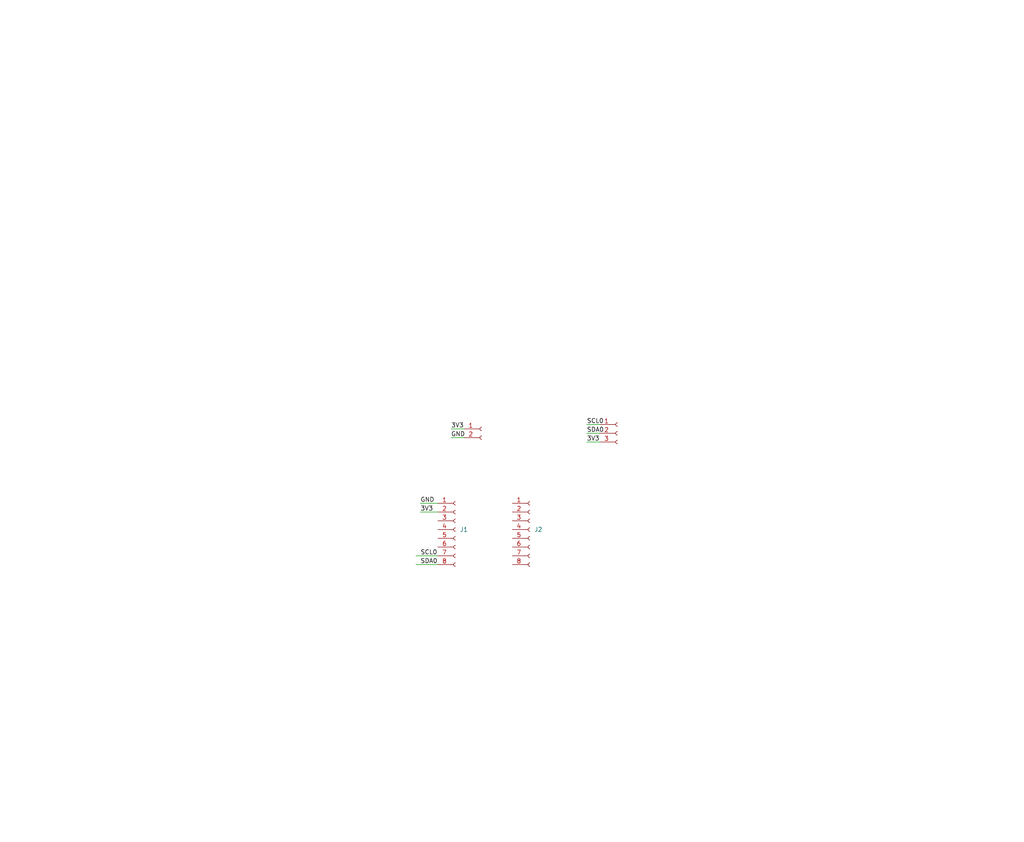
<source format=kicad_sch>
(kicad_sch (version 20250114) (generator "eeschema") (generator_version "9.0")
  (paper "User" 297.002 244.323)
  (lib_symbols
    (symbol "Connector:Conn_01x02_Female" (pin_names (offset 1.016) (hide yes))
      (property "Reference" "J" (at 0 2.54 0))
      (property "Value" "Conn_01x02_Female" (at 0 -5.08 0))
      (symbol "Conn_01x02_Female_1_1"
        (polyline (pts (xy -1.27 0) (xy -0.508 0)) (stroke (width 0.1524)))
        (polyline (pts (xy -1.27 -2.54) (xy -0.508 -2.54)) (stroke (width 0.1524)))
        (arc (start 0 -0.508) (mid -0.5058 0) (end 0 0.508) (stroke (width 0.1524)))
        (arc (start 0 -3.048) (mid -0.5058 -2.54) (end 0 -2.032) (stroke (width 0.1524)))
        (pin passive line (at -5.08 0 0) (length 3.81) (name "Pin_1") (number "1"))
        (pin passive line (at -5.08 -2.54 0) (length 3.81) (name "Pin_2") (number "2"))
      )
    )
    (symbol "Connector:Conn_01x03_Female" (pin_names (offset 1.016) (hide yes))
      (property "Reference" "J" (at 0 5.08 0))
      (property "Value" "Conn_01x03_Female" (at 0 -5.08 0))
      (symbol "Conn_01x03_Female_1_1"
        (polyline (pts (xy -1.27 2.54) (xy -0.508 2.54)) (stroke (width 0.1524)))
        (polyline (pts (xy -1.27 0) (xy -0.508 0)) (stroke (width 0.1524)))
        (polyline (pts (xy -1.27 -2.54) (xy -0.508 -2.54)) (stroke (width 0.1524)))
        (arc (start 0 2.032) (mid -0.5058 2.54) (end 0 3.048) (stroke (width 0.1524)))
        (arc (start 0 -0.508) (mid -0.5058 0) (end 0 0.508) (stroke (width 0.1524)))
        (arc (start 0 -3.048) (mid -0.5058 -2.54) (end 0 -2.032) (stroke (width 0.1524)))
        (pin passive line (at -5.08 2.54 0) (length 3.81) (name "Pin_1") (number "1"))
        (pin passive line (at -5.08 0 0) (length 3.81) (name "Pin_2") (number "2"))
        (pin passive line (at -5.08 -2.54 0) (length 3.81) (name "Pin_3") (number "3"))
      )
    )
    (symbol "Connector:Conn_01x08_Socket" (pin_names (offset 1.016) (hide yes))
      (property "Reference" "J" (at 0 10.16 0))
      (property "Value" "Conn_01x08_Socket" (at 0 -12.7 0))
      (symbol "Conn_01x08_Socket_1_1"
        (polyline (pts (xy -1.27 7.62) (xy -0.508 7.62)) (stroke (width 0.1524)))
        (polyline (pts (xy -1.27 5.08) (xy -0.508 5.08)) (stroke (width 0.1524)))
        (polyline (pts (xy -1.27 2.54) (xy -0.508 2.54)) (stroke (width 0.1524)))
        (polyline (pts (xy -1.27 0) (xy -0.508 0)) (stroke (width 0.1524)))
        (polyline (pts (xy -1.27 -2.54) (xy -0.508 -2.54)) (stroke (width 0.1524)))
        (polyline (pts (xy -1.27 -5.08) (xy -0.508 -5.08)) (stroke (width 0.1524)))
        (polyline (pts (xy -1.27 -7.62) (xy -0.508 -7.62)) (stroke (width 0.1524)))
        (polyline (pts (xy -1.27 -10.16) (xy -0.508 -10.16)) (stroke (width 0.1524)))
        (arc (start 0 7.112) (mid -0.5058 7.62) (end 0 8.128) (stroke (width 0.1524)))
        (arc (start 0 4.572) (mid -0.5058 5.08) (end 0 5.588) (stroke (width 0.1524)))
        (arc (start 0 2.032) (mid -0.5058 2.54) (end 0 3.048) (stroke (width 0.1524)))
        (arc (start 0 -0.508) (mid -0.5058 0) (end 0 0.508) (stroke (width 0.1524)))
        (arc (start 0 -3.048) (mid -0.5058 -2.54) (end 0 -2.032) (stroke (width 0.1524)))
        (arc (start 0 -5.588) (mid -0.5058 -5.08) (end 0 -4.572) (stroke (width 0.1524)))
        (arc (start 0 -8.128) (mid -0.5058 -7.62) (end 0 -7.112) (stroke (width 0.1524)))
        (arc (start 0 -10.668) (mid -0.5058 -10.16) (end 0 -9.652) (stroke (width 0.1524)))
        (pin passive line (at -5.08 7.62 0) (length 3.81) (name "Pin_1") (number "1"))
        (pin passive line (at -5.08 5.08 0) (length 3.81) (name "Pin_2") (number "2"))
        (pin passive line (at -5.08 2.54 0) (length 3.81) (name "Pin_3") (number "3"))
        (pin passive line (at -5.08 0 0) (length 3.81) (name "Pin_4") (number "4"))
        (pin passive line (at -5.08 -2.54 0) (length 3.81) (name "Pin_5") (number "5"))
        (pin passive line (at -5.08 -5.08 0) (length 3.81) (name "Pin_6") (number "6"))
        (pin passive line (at -5.08 -7.62 0) (length 3.81) (name "Pin_7") (number "7"))
        (pin passive line (at -5.08 -10.16 0) (length 3.81) (name "Pin_8") (number "8"))
      )
    )
  )
  (wire (pts (xy 130.81 127) (xy 134.62 127)))
  (wire (pts (xy 120.65 161.29) (xy 127 161.29)))
  (wire (pts (xy 130.81 124.46) (xy 134.62 124.46)))
  (wire (pts (xy 170.18 123.19) (xy 173.99 123.19)))
  (wire (pts (xy 170.18 125.73) (xy 173.99 125.73)))
  (wire (pts (xy 121.92 146.05) (xy 127 146.05)))
  (wire (pts (xy 170.18 128.27) (xy 173.99 128.27)))
  (wire (pts (xy 121.92 148.59) (xy 127 148.59)))
  (wire (pts (xy 120.65 163.83) (xy 127 163.83)))
  (label "3V3" (at 121.92 148.59 0))
  (label "GND" (at 121.92 146.05 0))
  (label "SCL0" (at 121.92 161.29 0))
  (label "3V3" (at 130.81 124.46 0))
  (label "SCL0" (at 170.18 123.19 0))
  (label "3V3" (at 170.18 128.27 0))
  (label "GND" (at 130.81 127 0))
  (label "SDA0" (at 121.92 163.83 0))
  (label "SDA0" (at 170.18 125.73 0))
  (symbol (lib_id "Connector:Conn_01x08_Socket") (at 132.08 153.67 0) (unit 1)
    (property "Reference" "J1" (at 133.35 153.6699 0) (effects (justify left)))
    (property "Value" "Conn_01x08_Socket" (effects (hide yes)))
    (property "Footprint" "Connector_PinSocket_2.54mm:PinSocket_1x08_P2.54mm_Vertical" (effects (hide yes)))
    (property "Description" "Generic connector, single row, 01x08, script generated" (effects (hide yes)))
  )
  (symbol (lib_id "Connector:Conn_01x02_Female") (at 139.7 124.46 0) (unit 1)
    (property "Reference" "PMW3901_PWR2" (effects (hide yes)))
    (property "Value" "Conn_01x02_Female" (effects (hide yes)))
    (property "Footprint" "Connector_PinHeader_2.54mm:PinHeader_1x02_P2.54mm_Vertical" (effects (hide yes)))
    (property "Description" "Generic connector, single row, 01x02, script generated (kicad-library-utils/schlib/autogen/connector/)" (effects (hide yes)))
  )
  (symbol (lib_id "Connector:Conn_01x03_Female") (at 179.07 125.73 0) (unit 1)
    (property "Reference" "Motor5" (effects (hide yes)))
    (property "Value" "Conn_01x03_Female" (effects (hide yes)))
    (property "Footprint" "Connector_PinHeader_2.54mm:PinHeader_1x03_P2.54mm_Vertical" (effects (hide yes)))
    (property "Description" "Generic connector, single row, 01x03, script generated (kicad-library-utils/schlib/autogen/connector/)" (effects (hide yes)))
  )
  (symbol (lib_id "Connector:Conn_01x08_Socket") (at 153.67 153.67 0) (unit 1)
    (property "Reference" "J2" (at 154.94 153.6699 0) (effects (justify left)))
    (property "Value" "Conn_01x08_Socket" (effects (hide yes)))
    (property "Footprint" "Connector_PinSocket_2.54mm:PinSocket_1x08_P2.54mm_Vertical" (effects (hide yes)))
    (property "Description" "Generic connector, single row, 01x08, script generated" (effects (hide yes)))
  )
)
</source>
